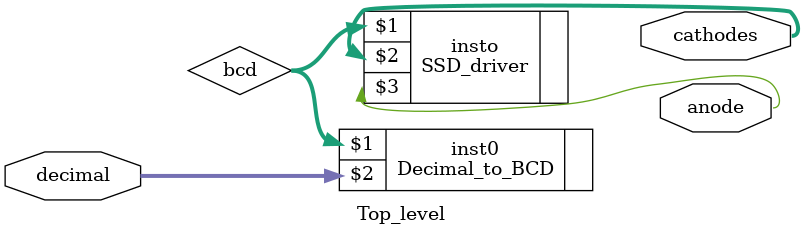
<source format=v>
`timescale 1ns / 1ps


module Top_level(decimal, cathodes, anode);
input [9:0] decimal;
output [6:0] cathodes;
output anode;

wire [3:0] bcd;

// module Decimal_to_BCD(Out, In);
Decimal_to_BCD inst0(bcd, decimal);

// module SSD_driver(In, Outt, cc);
SSD_driver insto(bcd, cathodes, anode);


endmodule

</source>
